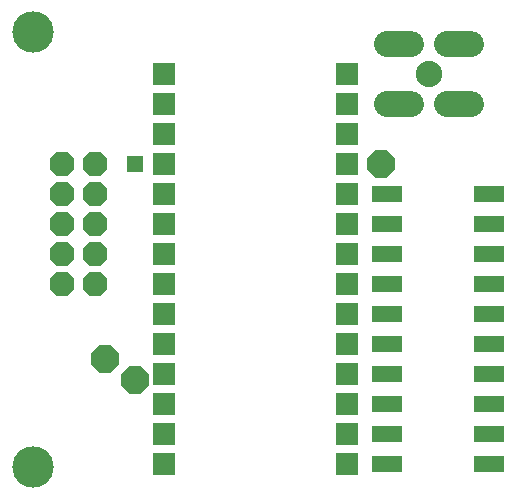
<source format=gts>
G75*
G70*
%OFA0B0*%
%FSLAX24Y24*%
%IPPOS*%
%LPD*%
%AMOC8*
5,1,8,0,0,1.08239X$1,22.5*
%
%ADD10R,0.0780X0.0730*%
%ADD11R,0.1041X0.0525*%
%ADD12OC8,0.0820*%
%ADD13C,0.0880*%
%ADD14C,0.0880*%
%ADD15OC8,0.0930*%
%ADD16C,0.1380*%
%ADD17R,0.0556X0.0556*%
D10*
X005950Y001700D03*
X005950Y002700D03*
X005950Y003700D03*
X005950Y004700D03*
X005950Y005700D03*
X005950Y006700D03*
X005950Y007700D03*
X005950Y008700D03*
X005950Y009700D03*
X005950Y010700D03*
X005950Y011700D03*
X005950Y012700D03*
X005950Y013700D03*
X005950Y014700D03*
X012050Y014700D03*
X012050Y013700D03*
X012050Y012700D03*
X012050Y011700D03*
X012050Y010700D03*
X012050Y009700D03*
X012050Y008700D03*
X012050Y007700D03*
X012050Y006700D03*
X012050Y005700D03*
X012050Y004700D03*
X012050Y003700D03*
X012050Y002700D03*
X012050Y001700D03*
D11*
X013407Y001700D03*
X013407Y002700D03*
X013407Y003700D03*
X013407Y004700D03*
X013407Y005700D03*
X013407Y006700D03*
X013407Y007700D03*
X013407Y008700D03*
X013407Y009700D03*
X013407Y010700D03*
X016793Y010700D03*
X016793Y009700D03*
X016793Y008700D03*
X016793Y007700D03*
X016793Y006700D03*
X016793Y005700D03*
X016793Y004700D03*
X016793Y003700D03*
X016793Y002700D03*
X016793Y001700D03*
D12*
X003650Y007700D03*
X003650Y008700D03*
X003650Y009700D03*
X003650Y010700D03*
X003650Y011700D03*
X002550Y011700D03*
X002550Y010700D03*
X002550Y009700D03*
X002550Y008700D03*
X002550Y007700D03*
D13*
X014800Y014700D03*
D14*
X014200Y015700D02*
X013400Y015700D01*
X015400Y015700D02*
X016200Y015700D01*
X016200Y013700D02*
X015400Y013700D01*
X014200Y013700D02*
X013400Y013700D01*
D15*
X013200Y011700D03*
X005000Y004500D03*
X004000Y005200D03*
D16*
X001600Y001600D03*
X001600Y016100D03*
D17*
X005000Y011700D03*
M02*

</source>
